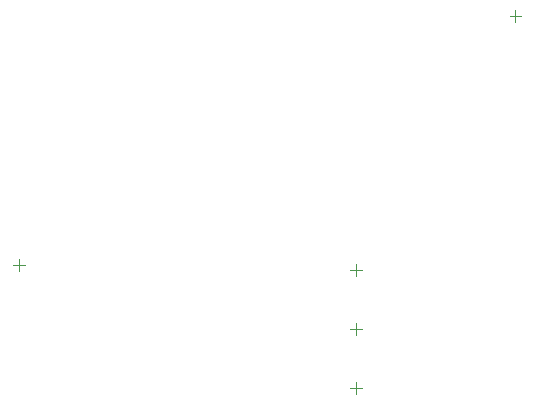
<source format=gbr>
G04*
G04 #@! TF.GenerationSoftware,Altium Limited,Altium Designer,25.8.1 (18)*
G04*
G04 Layer_Color=32768*
%FSLAX25Y25*%
%MOIN*%
G70*
G04*
G04 #@! TF.SameCoordinates,505960B2-D5C5-487F-9968-D24D6DC54575*
G04*
G04*
G04 #@! TF.FilePolarity,Positive*
G04*
G01*
G75*
%ADD80C,0.00394*%
D80*
X137795Y41339D02*
Y45276D01*
X135827Y43307D02*
X139764D01*
X25537Y62663D02*
Y66600D01*
X23568Y64631D02*
X27505D01*
X190945Y145669D02*
Y149606D01*
X188976Y147638D02*
X192913D01*
X135827Y23622D02*
X139764D01*
X137795Y21654D02*
Y25591D01*
X135827Y62992D02*
X139764D01*
X137795Y61024D02*
Y64961D01*
M02*

</source>
